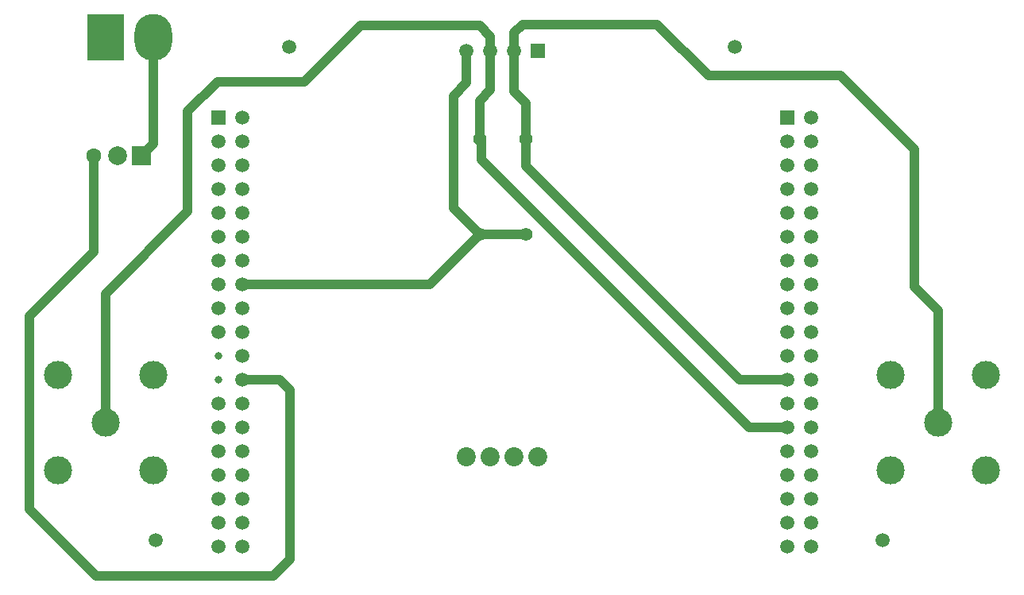
<source format=gbl>
G04 Layer_Physical_Order=2*
G04 Layer_Color=16711680*
%FSLAX42Y42*%
%MOMM*%
G71*
G01*
G75*
%ADD10C,1.00*%
%ADD11C,2.03*%
%ADD12C,1.52*%
%ADD13C,1.40*%
%ADD14C,1.50*%
%ADD15R,1.50X1.50*%
%ADD16R,1.50X1.50*%
%ADD17C,0.80*%
%ADD18C,3.00*%
%ADD19O,4.00X5.00*%
%ADD20R,4.00X5.00*%
%ADD21C,1.60*%
%ADD22C,2.00*%
%ADD23R,2.00X2.00*%
D10*
X6826Y6509D02*
X6896Y6439D01*
X6617Y6718D02*
X6687Y6648D01*
X11532Y6428D02*
Y6975D01*
Y7341D01*
Y5880D02*
Y6428D01*
X6756Y8052D02*
Y8395D01*
X6617Y7912D02*
X6756Y8052D01*
X6617Y6718D02*
Y7912D01*
X7391Y7455D02*
Y7836D01*
X7264Y7963D02*
X7391Y7836D01*
X7264Y7963D02*
Y8395D01*
X7010Y7976D02*
Y8395D01*
X6896Y7861D02*
X7010Y7976D01*
X6896Y7455D02*
Y7861D01*
X5626Y8661D02*
X6896D01*
X5029Y8064D02*
X5626Y8661D01*
X4102Y8064D02*
X5029D01*
X3785Y7747D02*
X4102Y8064D01*
X3785Y6680D02*
Y7747D01*
X2908Y5804D02*
X3785Y6680D01*
X6363Y5906D02*
X6896Y6439D01*
X7391D01*
X4699Y2794D02*
X4877Y2972D01*
X2807Y2794D02*
X4699D01*
X2095Y3505D02*
X2807Y2794D01*
X2095Y5562D02*
X2782Y6248D01*
X2095Y3505D02*
Y5562D01*
X2908Y4432D02*
Y5804D01*
X2782Y6248D02*
Y7277D01*
X4877Y2972D02*
Y4775D01*
X4762Y4890D02*
X4877Y4775D01*
X4369Y4890D02*
X4762D01*
X6687Y6648D02*
X6826Y6509D01*
X7010Y8395D02*
Y8547D01*
X6896Y8661D02*
X7010Y8547D01*
X7353Y8674D02*
X8788D01*
X10744Y8128D02*
X11532Y7341D01*
X7264Y8395D02*
Y8585D01*
X7353Y8674D01*
X8788D02*
X9335Y8128D01*
X10744D01*
X11532Y5880D02*
X11786Y5626D01*
Y4432D02*
Y5626D01*
X9665Y4890D02*
X10173D01*
X7391Y7163D02*
X9665Y4890D01*
X7391Y7163D02*
Y7455D01*
X9766Y4381D02*
X10173D01*
X6915Y7233D02*
X9766Y4381D01*
X6915Y7233D02*
Y7436D01*
X6896Y7455D02*
X6915Y7436D01*
X4369Y5906D02*
X6363D01*
X3416Y7404D02*
Y8534D01*
X3289Y7277D02*
X3416Y7404D01*
D11*
X6756Y4064D02*
D03*
X7010D02*
D03*
X7264D02*
D03*
X7518D02*
D03*
D12*
X11189Y3175D02*
D03*
X3442D02*
D03*
X4864Y8433D02*
D03*
X9614D02*
D03*
D13*
X6896Y7455D02*
D03*
Y6439D02*
D03*
X7391Y7455D02*
D03*
Y6439D02*
D03*
D14*
X6756Y8395D02*
D03*
X7010D02*
D03*
X7264D02*
D03*
X10427Y3111D02*
D03*
X10173D02*
D03*
X10427Y3365D02*
D03*
X10173D02*
D03*
X10427Y3619D02*
D03*
X10173D02*
D03*
X10427Y3874D02*
D03*
X10173D02*
D03*
X10427Y4128D02*
D03*
X10173D02*
D03*
X10427Y4381D02*
D03*
X10173D02*
D03*
X10427Y4635D02*
D03*
X10173D02*
D03*
X10427Y4890D02*
D03*
X10173D02*
D03*
X10427Y5144D02*
D03*
X10173D02*
D03*
X10427Y5397D02*
D03*
X10173D02*
D03*
X10427Y5651D02*
D03*
X10173D02*
D03*
X10427Y5906D02*
D03*
X10173D02*
D03*
X10427Y6160D02*
D03*
X10173D02*
D03*
X10427Y6414D02*
D03*
X10173D02*
D03*
X10427Y6668D02*
D03*
X10173D02*
D03*
X10427Y6921D02*
D03*
X10173D02*
D03*
X10427Y7175D02*
D03*
X10173D02*
D03*
X10427Y7429D02*
D03*
X10173D02*
D03*
X10427Y7683D02*
D03*
X4369Y3111D02*
D03*
X4115D02*
D03*
X4369Y3365D02*
D03*
X4115D02*
D03*
X4369Y3619D02*
D03*
X4115D02*
D03*
X4369Y3874D02*
D03*
X4115D02*
D03*
X4369Y4128D02*
D03*
X4115D02*
D03*
X4369Y4381D02*
D03*
X4115D02*
D03*
X4369Y4635D02*
D03*
X4115D02*
D03*
X4369Y4890D02*
D03*
Y5144D02*
D03*
Y5397D02*
D03*
X4115D02*
D03*
X4369Y5651D02*
D03*
X4115D02*
D03*
X4369Y5906D02*
D03*
X4115D02*
D03*
X4369Y6160D02*
D03*
X4115D02*
D03*
X4369Y6414D02*
D03*
X4115D02*
D03*
X4369Y6668D02*
D03*
X4115D02*
D03*
X4369Y6921D02*
D03*
X4115D02*
D03*
X4369Y7175D02*
D03*
X4115D02*
D03*
X4369Y7429D02*
D03*
X4115D02*
D03*
X4369Y7683D02*
D03*
D15*
X7518Y8395D02*
D03*
D16*
X10173Y7683D02*
D03*
X4115D02*
D03*
D17*
Y4890D02*
D03*
Y5144D02*
D03*
D18*
X2908Y4432D02*
D03*
X3416Y4940D02*
D03*
Y3924D02*
D03*
X2400D02*
D03*
Y4940D02*
D03*
X11786Y4432D02*
D03*
X11278Y3924D02*
D03*
Y4940D02*
D03*
X12294D02*
D03*
Y3924D02*
D03*
D19*
X3416Y8534D02*
D03*
D20*
X2908D02*
D03*
D21*
X2782Y7277D02*
D03*
D22*
X3037D02*
D03*
D23*
X3289D02*
D03*
M02*

</source>
